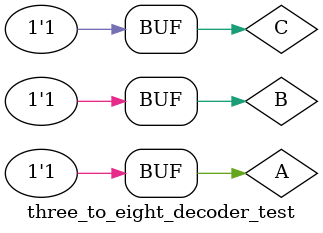
<source format=v>
`timescale 1ns / 1ps

module three_to_eight_decoder_test();

    reg A,B,C;
    
    wire d0,d1,d2,d3,d4,d5,d6,d7;
    
    three_to_eight_decoder uut(.i_1(A), .i_2(B), .i_3(C), .D0(d0),.D1(d1),.D2(d2),.D3(d3),.D4(d4),.D5(d5),.D6(d6),.D7(d7));
    
    initial begin
        A=0; B=0; C=0; #100;
        A=0; B=0; C=1; #100;
        A=0; B=1; C=0; #100;
        A=0; B=1; C=1; #100;
        A=1; B=0; C=0; #100;
        A=1; B=0; C=1; #100;
        A=1; B=1; C=0; #100;
        A=1; B=1; C=1; #100;
    end
endmodule

</source>
